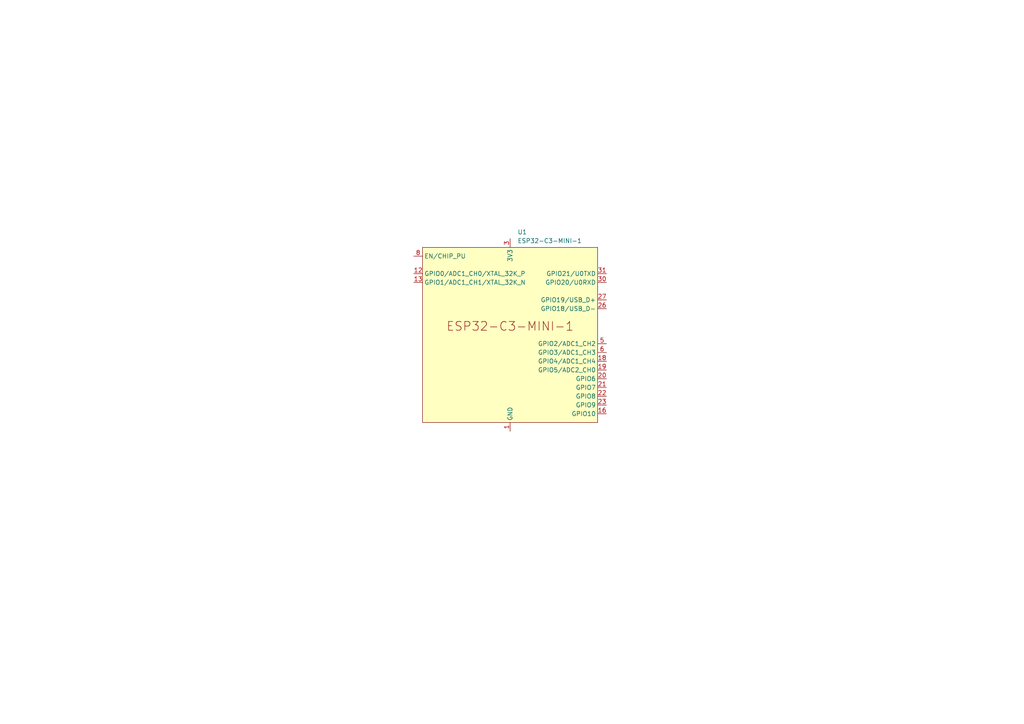
<source format=kicad_sch>
(kicad_sch (version 20250114) (generator "eeschema") (generator_version "9.0")
  (paper "A4")
  (lib_symbols
    (symbol "PCM_Espressif:ESP32-C3-MINI-1"
      (property "Reference" "U" (at -25.4 26.924 0))
      (property "Value" "ESP32-C3-MINI-1" (at 25.4 26.924 0))
      (symbol "ESP32-C3-MINI-1_0_0"
        (text "ESP32-C3-MINI-1" (at 0 2.54 0) (effects (font (size 2.54 2.54))))
      )
      (symbol "ESP32-C3-MINI-1_0_1"
        (rectangle (start -25.4 25.4) (end 25.4 -25.4) (fill (type background)))
      )
      (symbol "ESP32-C3-MINI-1_1_1"
        (pin input line (at -27.94 22.86 0) (length 2.54) (name "EN/CHIP_PU") (number "8"))
        (pin bidirectional line (at -27.94 17.78 0) (length 2.54) (name "GPIO0/ADC1_CH0/XTAL_32K_P") (number "12"))
        (pin bidirectional line (at -27.94 15.24 0) (length 2.54) (name "GPIO1/ADC1_CH1/XTAL_32K_N") (number "13"))
        (pin no_connect line (at -25.4 10.16 0) (length 2.54) (hide yes) (name "NC") (number "4"))
        (pin no_connect line (at -25.4 7.62 0) (length 2.54) (hide yes) (name "NC") (number "7"))
        (pin no_connect line (at -25.4 5.08 0) (length 2.54) (hide yes) (name "NC") (number "9"))
        (pin no_connect line (at -25.4 2.54 0) (length 2.54) (hide yes) (name "NC") (number "10"))
        (pin no_connect line (at -25.4 0 0) (length 2.54) (hide yes) (name "NC") (number "15"))
        (pin no_connect line (at -25.4 -2.54 0) (length 2.54) (hide yes) (name "NC") (number "17"))
        (pin no_connect line (at -25.4 -5.08 0) (length 2.54) (hide yes) (name "NC") (number "24"))
        (pin no_connect line (at -25.4 -7.62 0) (length 2.54) (hide yes) (name "NC") (number "25"))
        (pin no_connect line (at -25.4 -10.16 0) (length 2.54) (hide yes) (name "NC") (number "28"))
        (pin no_connect line (at -25.4 -12.7 0) (length 2.54) (hide yes) (name "NC") (number "29"))
        (pin no_connect line (at -25.4 -15.24 0) (length 2.54) (hide yes) (name "NC") (number "32"))
        (pin no_connect line (at -25.4 -17.78 0) (length 2.54) (hide yes) (name "NC") (number "33"))
        (pin no_connect line (at -25.4 -20.32 0) (length 2.54) (hide yes) (name "NC") (number "34"))
        (pin no_connect line (at -25.4 -22.86 0) (length 2.54) (hide yes) (name "NC") (number "35"))
        (pin power_in line (at 0 27.94 270) (length 2.54) (name "3V3") (number "3"))
        (pin power_in line (at 0 -27.94 90) (length 2.54) (name "GND") (number "1"))
        (pin passive line (at 0 -27.94 90) (length 2.54) (hide yes) (name "GND") (number "11"))
        (pin passive line (at 0 -27.94 90) (length 2.54) (hide yes) (name "GND") (number "14"))
        (pin passive line (at 0 -27.94 90) (length 2.54) (hide yes) (name "GND") (number "2"))
        (pin passive line (at 0 -27.94 90) (length 2.54) (hide yes) (name "GND") (number "36"))
        (pin passive line (at 0 -27.94 90) (length 2.54) (hide yes) (name "GND") (number "37"))
        (pin passive line (at 0 -27.94 90) (length 2.54) (hide yes) (name "GND") (number "38"))
        (pin passive line (at 0 -27.94 90) (length 2.54) (hide yes) (name "GND") (number "39"))
        (pin passive line (at 0 -27.94 90) (length 2.54) (hide yes) (name "GND") (number "40"))
        (pin passive line (at 0 -27.94 90) (length 2.54) (hide yes) (name "GND") (number "41"))
        (pin passive line (at 0 -27.94 90) (length 2.54) (hide yes) (name "GND") (number "42"))
        (pin passive line (at 0 -27.94 90) (length 2.54) (hide yes) (name "GND") (number "43"))
        (pin passive line (at 0 -27.94 90) (length 2.54) (hide yes) (name "GND") (number "44"))
        (pin passive line (at 0 -27.94 90) (length 2.54) (hide yes) (name "GND") (number "45"))
        (pin passive line (at 0 -27.94 90) (length 2.54) (hide yes) (name "GND") (number "46"))
        (pin passive line (at 0 -27.94 90) (length 2.54) (hide yes) (name "GND") (number "47"))
        (pin passive line (at 0 -27.94 90) (length 2.54) (hide yes) (name "GND") (number "48"))
        (pin passive line (at 0 -27.94 90) (length 2.54) (hide yes) (name "GND") (number "49"))
        (pin passive line (at 0 -27.94 90) (length 2.54) (hide yes) (name "GND") (number "50"))
        (pin passive line (at 0 -27.94 90) (length 2.54) (hide yes) (name "GND") (number "51"))
        (pin passive line (at 0 -27.94 90) (length 2.54) (hide yes) (name "GND") (number "52"))
        (pin passive line (at 0 -27.94 90) (length 2.54) (hide yes) (name "GND") (number "53"))
        (pin bidirectional line (at 27.94 17.78 180) (length 2.54) (name "GPIO21/U0TXD") (number "31"))
        (pin bidirectional line (at 27.94 15.24 180) (length 2.54) (name "GPIO20/U0RXD") (number "30"))
        (pin bidirectional line (at 27.94 10.16 180) (length 2.54) (name "GPIO19/USB_D+") (number "27"))
        (pin bidirectional line (at 27.94 7.62 180) (length 2.54) (name "GPIO18/USB_D-") (number "26"))
        (pin bidirectional line (at 27.94 -2.54 180) (length 2.54) (name "GPIO2/ADC1_CH2") (number "5"))
        (pin bidirectional line (at 27.94 -5.08 180) (length 2.54) (name "GPIO3/ADC1_CH3") (number "6"))
        (pin bidirectional line (at 27.94 -7.62 180) (length 2.54) (name "GPIO4/ADC1_CH4") (number "18"))
        (pin bidirectional line (at 27.94 -10.16 180) (length 2.54) (name "GPIO5/ADC2_CH0") (number "19"))
        (pin bidirectional line (at 27.94 -12.7 180) (length 2.54) (name "GPIO6") (number "20"))
        (pin bidirectional line (at 27.94 -15.24 180) (length 2.54) (name "GPIO7") (number "21"))
        (pin bidirectional line (at 27.94 -17.78 180) (length 2.54) (name "GPIO8") (number "22"))
        (pin bidirectional line (at 27.94 -20.32 180) (length 2.54) (name "GPIO9") (number "23"))
        (pin bidirectional line (at 27.94 -22.86 180) (length 2.54) (name "GPIO10") (number "16"))
      )
    )
  )
  (symbol (lib_id "PCM_Espressif:ESP32-C3-MINI-1") (at 147.955 97.155 0) (unit 1)
    (property "Reference" "U1" (at 150.0983 67.31 0) (effects (justify left)))
    (property "Value" "ESP32-C3-MINI-1" (at 150.0983 69.85 0) (effects (justify left)))
    (property "Footprint" "PCM_Espressif:ESP32-C3-MINI-1" (effects (hide yes)))
    (property "Datasheet" "https://www.espressif.com/sites/default/files/documentation/esp32-c3-mini-1_datasheet_en.pdf" (effects (hide yes)))
    (property "Description" "ESP32-C3-MINI-1 family is an ultra-low-power MCU-based SoC solution that supports 2.4 GHz Wi-Fi and Bluetooth®Low Energy (Bluetooth LE)." (effects (hide yes)))
  )
)
</source>
